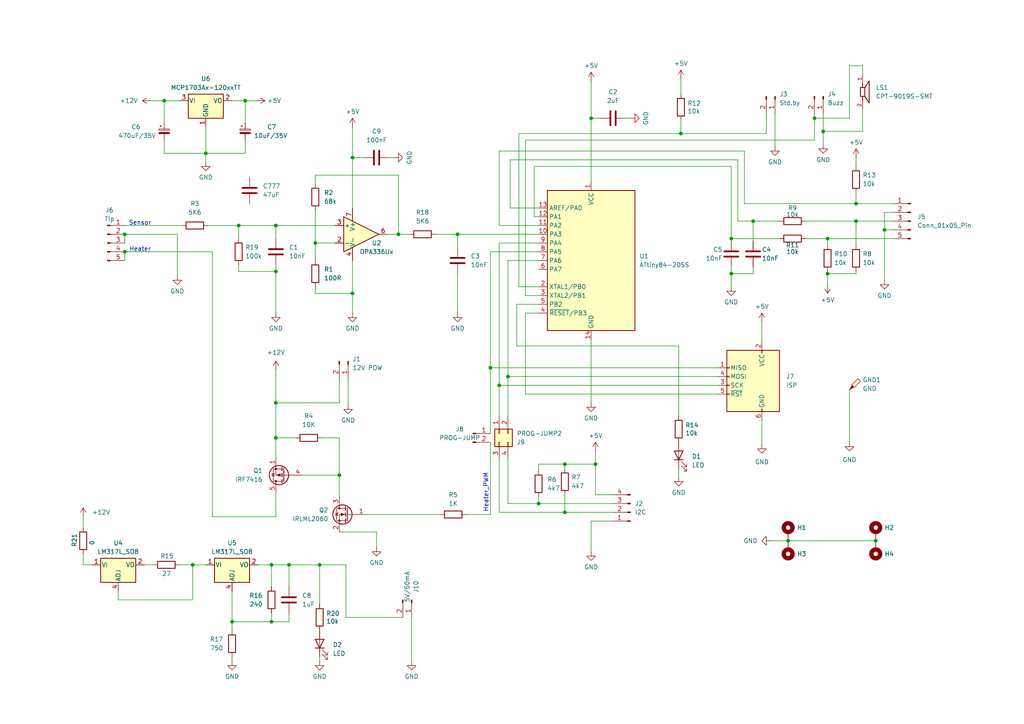
<source format=kicad_sch>
(kicad_sch (version 20231120) (generator "eeschema") (generator_version "8.0")
  (paper "A4")
  (lib_symbols
    (symbol "Amplifier_Operational:OPA336Ux" (pin_names (offset 0.127))
      (property "Reference" "U" (at 0 6.35 0))
      (property "Value" "OPA336Ux" (at 0 3.81 0))
      (symbol "OPA336Ux_1_1"
        (pin no_connect line (at -2.54 2.54 270) (length 2.54) hide (name "NC") (number "1"))
        (pin input line (at -7.62 -2.54 0) (length 2.54) (name "-") (number "2"))
        (pin input line (at -7.62 2.54 0) (length 2.54) (name "+") (number "3"))
        (pin power_in line (at -2.54 -7.62 90) (length 3.81) (name "V-") (number "4"))
        (pin no_connect line (at 0 2.54 270) (length 2.54) hide (name "NC") (number "5"))
        (pin output line (at 7.62 0 180) (length 2.54) (name "~") (number "6"))
        (pin power_in line (at -2.54 7.62 270) (length 3.81) (name "V+") (number "7"))
        (pin no_connect line (at 0 -2.54 90) (length 2.54) hide (name "NC") (number "8"))
      )
    )
    (symbol "Connector:AVR-ISP-6" (pin_names (offset 1.016))
      (property "Reference" "J" (at -6.35 11.43 0))
      (property "Value" "AVR-ISP-6" (at 0 11.43 0))
      (symbol "AVR-ISP-6_1_1"
        (pin passive line (at 10.16 5.08 180) (length 2.54) (name "MISO") (number "1"))
        (pin passive line (at -2.54 12.7 270) (length 2.54) (name "VCC") (number "2"))
        (pin passive line (at 10.16 0 180) (length 2.54) (name "SCK") (number "3"))
        (pin passive line (at 10.16 2.54 180) (length 2.54) (name "MOSI") (number "4"))
        (pin passive line (at 10.16 -2.54 180) (length 2.54) (name "~{RST}") (number "5"))
        (pin passive line (at -2.54 -10.16 90) (length 2.54) (name "GND") (number "6"))
      )
    )
    (symbol "Connector:Conn_01x02_Pin" (pin_names (offset 1.016) hide)
      (property "Reference" "J" (at 0 2.54 0))
      (property "Value" "Conn_01x02_Pin" (at 0 -5.08 0))
      (symbol "Conn_01x02_Pin_1_1"
        (pin passive line (at 5.08 0 180) (length 3.81) (name "Pin_1") (number "1"))
        (pin passive line (at 5.08 -2.54 180) (length 3.81) (name "Pin_2") (number "2"))
      )
    )
    (symbol "Connector:Conn_01x04_Pin" (pin_names (offset 1.016) hide)
      (property "Reference" "J" (at 0 5.08 0))
      (property "Value" "Conn_01x04_Pin" (at 0 -7.62 0))
      (symbol "Conn_01x04_Pin_1_1"
        (pin passive line (at 5.08 2.54 180) (length 3.81) (name "Pin_1") (number "1"))
        (pin passive line (at 5.08 0 180) (length 3.81) (name "Pin_2") (number "2"))
        (pin passive line (at 5.08 -2.54 180) (length 3.81) (name "Pin_3") (number "3"))
        (pin passive line (at 5.08 -5.08 180) (length 3.81) (name "Pin_4") (number "4"))
      )
    )
    (symbol "Connector:Conn_01x05_Pin" (pin_names (offset 1.016) hide)
      (property "Reference" "J" (at 0 7.62 0))
      (property "Value" "Conn_01x05_Pin" (at 0 -7.62 0))
      (symbol "Conn_01x05_Pin_1_1"
        (pin passive line (at 5.08 5.08 180) (length 3.81) (name "Pin_1") (number "1"))
        (pin passive line (at 5.08 2.54 180) (length 3.81) (name "Pin_2") (number "2"))
        (pin passive line (at 5.08 0 180) (length 3.81) (name "Pin_3") (number "3"))
        (pin passive line (at 5.08 -2.54 180) (length 3.81) (name "Pin_4") (number "4"))
        (pin passive line (at 5.08 -5.08 180) (length 3.81) (name "Pin_5") (number "5"))
      )
    )
    (symbol "Connector:TestPoint_Probe" (pin_numbers hide) (pin_names (offset 0.762) hide)
      (property "Reference" "TP" (at 1.651 5.842 0))
      (property "Value" "TestPoint_Probe" (at 1.651 4.064 0))
      (symbol "TestPoint_Probe_1_1"
        (pin passive line (at 0 0 90) (length 0) (name "1") (number "1"))
      )
    )
    (symbol "Connector_Generic:Conn_02x02_Top_Bottom" (pin_names (offset 1.016) hide)
      (property "Reference" "J" (at 1.27 2.54 0))
      (property "Value" "Conn_02x02_Top_Bottom" (at 1.27 -5.08 0))
      (symbol "Conn_02x02_Top_Bottom_1_1"
        (pin passive line (at -5.08 0 0) (length 3.81) (name "Pin_1") (number "1"))
        (pin passive line (at -5.08 -2.54 0) (length 3.81) (name "Pin_2") (number "2"))
        (pin passive line (at 7.62 0 180) (length 3.81) (name "Pin_3") (number "3"))
        (pin passive line (at 7.62 -2.54 180) (length 3.81) (name "Pin_4") (number "4"))
      )
    )
    (symbol "Device:C" (pin_numbers hide) (pin_names (offset 0.254))
      (property "Reference" "C" (at 0.635 2.54 0))
      (property "Value" "C" (at 0.635 -2.54 0))
      (symbol "C_1_1"
        (pin passive line (at 0 3.81 270) (length 2.794) (name "~") (number "1"))
        (pin passive line (at 0 -3.81 90) (length 2.794) (name "~") (number "2"))
      )
    )
    (symbol "Device:C_Polarized_Small" (pin_numbers hide) (pin_names (offset 0.254) hide)
      (property "Reference" "C" (at 0.254 1.778 0))
      (property "Value" "C_Polarized_Small" (at 0.254 -2.032 0))
      (symbol "C_Polarized_Small_1_1"
        (pin passive line (at 0 2.54 270) (length 1.8542) (name "~") (number "1"))
        (pin passive line (at 0 -2.54 90) (length 1.8542) (name "~") (number "2"))
      )
    )
    (symbol "Device:LED" (pin_numbers hide) (pin_names (offset 1.016) hide)
      (property "Reference" "D" (at 0 2.54 0))
      (property "Value" "LED" (at 0 -2.54 0))
      (symbol "LED_1_1"
        (pin passive line (at -3.81 0 0) (length 2.54) (name "K") (number "1"))
        (pin passive line (at 3.81 0 180) (length 2.54) (name "A") (number "2"))
      )
    )
    (symbol "Device:R" (pin_numbers hide) (pin_names (offset 0))
      (property "Reference" "R" (at 2.032 0 90))
      (property "Value" "R" (at 0 0 90))
      (symbol "R_1_1"
        (pin passive line (at 0 3.81 270) (length 1.27) (name "~") (number "1"))
        (pin passive line (at 0 -3.81 90) (length 1.27) (name "~") (number "2"))
      )
    )
    (symbol "MCU_Microchip_ATtiny:ATtiny84-20SS"
      (property "Reference" "U" (at -12.7 21.59 0))
      (property "Value" "ATtiny84-20SS" (at 2.54 -21.59 0))
      (symbol "ATtiny84-20SS_1_1"
        (pin power_in line (at 0 22.86 270) (length 2.54) (name "VCC") (number "1"))
        (pin bidirectional line (at 15.24 7.62 180) (length 2.54) (name "PA3") (number "10"))
        (pin bidirectional line (at 15.24 10.16 180) (length 2.54) (name "PA2") (number "11"))
        (pin bidirectional line (at 15.24 12.7 180) (length 2.54) (name "PA1") (number "12"))
        (pin bidirectional line (at 15.24 15.24 180) (length 2.54) (name "AREF/PA0") (number "13"))
        (pin power_in line (at 0 -22.86 90) (length 2.54) (name "GND") (number "14"))
        (pin bidirectional line (at 15.24 -7.62 180) (length 2.54) (name "XTAL1/PB0") (number "2"))
        (pin bidirectional line (at 15.24 -10.16 180) (length 2.54) (name "XTAL2/PB1") (number "3"))
        (pin bidirectional line (at 15.24 -15.24 180) (length 2.54) (name "~{RESET}/PB3") (number "4"))
        (pin bidirectional line (at 15.24 -12.7 180) (length 2.54) (name "PB2") (number "5"))
        (pin bidirectional line (at 15.24 -2.54 180) (length 2.54) (name "PA7") (number "6"))
        (pin bidirectional line (at 15.24 0 180) (length 2.54) (name "PA6") (number "7"))
        (pin bidirectional line (at 15.24 2.54 180) (length 2.54) (name "PA5") (number "8"))
        (pin bidirectional line (at 15.24 5.08 180) (length 2.54) (name "PA4") (number "9"))
      )
    )
    (symbol "Mechanical:MountingHole_Pad" (pin_numbers hide) (pin_names (offset 1.016) hide) (exclude_from_sim yes) (in_bom no)
      (property "Reference" "H" (at 0 6.35 0))
      (property "Value" "MountingHole_Pad" (at 0 4.445 0))
      (symbol "MountingHole_Pad_1_1"
        (pin input line (at 0 -2.54 90) (length 2.54) (name "1") (number "1"))
      )
    )
    (symbol "OE9SAU:CPT-9019S-SMT" (pin_names (offset 1.016))
      (property "Reference" "LS" (at -3.8155 8.9029 0))
      (property "Value" "CPT-9019S-SMT" (at -3.8151 -11.4452 0))
      (symbol "CPT-9019S-SMT_0_0"
        (pin passive line (at 0 5.08 270) (length 2.54) (name "~") (number "1"))
        (pin passive line (at 0 -5.08 90) (length 2.54) (name "~") (number "2"))
      )
    )
    (symbol "Regulator_Linear:LM317L_SO8" (pin_names (offset 0.254))
      (property "Reference" "U" (at -3.81 3.175 0))
      (property "Value" "LM317L_SO8" (at 0 3.175 0))
      (symbol "LM317L_SO8_1_1"
        (pin power_in line (at -7.62 0 0) (length 2.54) (name "VI") (number "1"))
        (pin power_out line (at 7.62 0 180) (length 2.54) (name "VO") (number "2"))
        (pin passive line (at 7.62 0 180) (length 2.54) hide (name "VO") (number "3"))
        (pin input line (at 0 -7.62 90) (length 2.54) (name "ADJ") (number "4"))
        (pin no_connect line (at -5.08 -2.54 0) (length 2.54) hide (name "NC") (number "5"))
        (pin passive line (at 7.62 0 180) (length 2.54) hide (name "VO") (number "6"))
        (pin passive line (at 7.62 0 180) (length 2.54) hide (name "VO") (number "7"))
        (pin no_connect line (at 5.08 -2.54 180) (length 2.54) hide (name "NC") (number "8"))
      )
    )
    (symbol "Regulator_Linear:MCP1703Ax-120xxTT" (pin_names (offset 0.254))
      (property "Reference" "U" (at -3.81 3.175 0))
      (property "Value" "MCP1703Ax-120xxTT" (at 0 3.175 0))
      (symbol "MCP1703Ax-120xxTT_1_1"
        (pin power_in line (at 0 -7.62 90) (length 2.54) (name "GND") (number "1"))
        (pin power_out line (at 7.62 0 180) (length 2.54) (name "VO") (number "2"))
        (pin power_in line (at -7.62 0 0) (length 2.54) (name "VI") (number "3"))
      )
    )
    (symbol "Transistor_FET:IRF7404" (pin_names hide)
      (property "Reference" "Q" (at 5.08 1.905 0))
      (property "Value" "IRF7404" (at 5.08 0 0))
      (symbol "IRF7404_1_1"
        (pin passive line (at 2.54 -5.08 90) (length 2.54) (name "S") (number "1"))
        (pin passive line (at 2.54 -5.08 90) (length 2.54) hide (name "S") (number "2"))
        (pin passive line (at 2.54 -5.08 90) (length 2.54) hide (name "S") (number "3"))
        (pin passive line (at -5.08 0 0) (length 2.54) (name "G") (number "4"))
        (pin passive line (at 2.54 5.08 270) (length 2.54) (name "D") (number "5"))
        (pin passive line (at 2.54 5.08 270) (length 2.54) hide (name "D") (number "6"))
        (pin passive line (at 2.54 5.08 270) (length 2.54) hide (name "D") (number "7"))
        (pin passive line (at 2.54 5.08 270) (length 2.54) hide (name "D") (number "8"))
      )
    )
    (symbol "Transistor_FET:IRLML2060" (pin_names hide)
      (property "Reference" "Q" (at 5.08 1.905 0))
      (property "Value" "IRLML2060" (at 5.08 0 0))
      (symbol "IRLML2060_1_1"
        (pin input line (at -5.08 0 0) (length 2.54) (name "G") (number "1"))
        (pin passive line (at 2.54 -5.08 90) (length 2.54) (name "S") (number "2"))
        (pin passive line (at 2.54 5.08 270) (length 2.54) (name "D") (number "3"))
      )
    )
    (symbol "power:+12V" (power) (pin_numbers hide) (pin_names (offset 0) hide)
      (property "Value" "+12V" (at 0 3.556 0))
      (symbol "+12V_1_1"
        (pin power_in line (at 0 0 90) (length 0) (name "~") (number "1"))
      )
    )
    (symbol "power:+5V" (power) (pin_numbers hide) (pin_names (offset 0) hide)
      (property "Value" "+5V" (at 0 3.556 0))
      (symbol "+5V_1_1"
        (pin power_in line (at 0 0 90) (length 0) (name "~") (number "1"))
      )
    )
    (symbol "power:GND" (power) (pin_numbers hide) (pin_names (offset 0) hide)
      (property "Value" "GND" (at 0 -3.81 0))
      (symbol "GND_1_1"
        (pin power_in line (at 0 0 270) (length 0) (name "~") (number "1"))
      )
    )
  )
  (junction (at 36.195 73.025))
  (junction (at 236.22 34.29))
  (junction (at 197.485 38.735))
  (junction (at 80.01 116.84))
  (junction (at 47.625 29.21))
  (junction (at 98.425 137.795))
  (junction (at 163.83 134.62))
  (junction (at 91.44 70.485))
  (junction (at 172.72 134.62))
  (junction (at 102.235 45.72))
  (junction (at 240.03 79.375))
  (junction (at 83.82 163.83))
  (junction (at 171.45 34.29))
  (junction (at 238.76 38.1))
  (junction (at 80.01 127))
  (junction (at 248.285 59.055))
  (junction (at 132.715 67.945))
  (junction (at 212.09 79.375))
  (junction (at 254 156.845))
  (junction (at 228.6 156.845))
  (junction (at 55.88 163.83))
  (junction (at 256.54 66.675))
  (junction (at 71.12 29.21))
  (junction (at 67.31 180.34))
  (junction (at 212.09 69.215))
  (junction (at 142.24 106.68))
  (junction (at 144.78 111.76))
  (junction (at 36.195 67.945))
  (junction (at 115.57 67.945))
  (junction (at 80.01 65.405))
  (junction (at 78.74 180.34))
  (junction (at 102.235 85.09))
  (junction (at 248.285 64.135))
  (junction (at 240.03 69.215))
  (junction (at 163.83 148.59))
  (junction (at 80.01 78.74))
  (junction (at 59.69 44.45))
  (junction (at 69.215 65.405))
  (junction (at 147.32 109.22))
  (junction (at 78.74 163.83))
  (junction (at 92.71 163.83))
  (junction (at 218.44 64.135))
  (junction (at 156.21 146.05))
  (wire (pts (xy 147.32 146.05) (xy 156.21 146.05)))
  (wire (pts (xy 41.91 163.83) (xy 44.45 163.83)))
  (wire (pts (xy 144.78 133.35) (xy 144.78 148.59)))
  (wire (pts (xy 240.03 69.215) (xy 233.68 69.215)))
  (wire (pts (xy 51.435 67.945) (xy 51.435 80.01)))
  (wire (pts (xy 218.44 79.375) (xy 212.09 79.375)))
  (wire (pts (xy 238.76 33.02) (xy 238.76 38.1)))
  (wire (pts (xy 85.725 127) (xy 80.01 127)))
  (wire (pts (xy 226.06 69.215) (xy 212.09 69.215)))
  (wire (pts (xy 115.57 67.945) (xy 118.745 67.945)))
  (wire (pts (xy 67.31 190.5) (xy 67.31 191.77)))
  (wire (pts (xy 208.28 114.3) (xy 152.4 114.3)))
  (wire (pts (xy 98.425 109.855) (xy 98.425 116.84)))
  (wire (pts (xy 246.38 19.05) (xy 250.19 19.05)))
  (wire (pts (xy 228.6 156.845) (xy 254 156.845)))
  (wire (pts (xy 69.215 76.835) (xy 69.215 78.74)))
  (wire (pts (xy 218.44 77.47) (xy 218.44 79.375)))
  (wire (pts (xy 36.195 67.945) (xy 36.195 70.485)))
  (wire (pts (xy 181.61 34.29) (xy 182.88 34.29)))
  (wire (pts (xy 197.485 34.925) (xy 197.485 38.735)))
  (wire (pts (xy 132.715 67.945) (xy 132.715 71.755)))
  (wire (pts (xy 144.78 70.485) (xy 156.21 70.485)))
  (wire (pts (xy 236.22 34.29) (xy 236.22 40.64)))
  (wire (pts (xy 256.54 66.675) (xy 256.54 81.28)))
  (wire (pts (xy 197.485 38.735) (xy 222.25 38.735)))
  (wire (pts (xy 171.45 151.13) (xy 171.45 160.02)))
  (wire (pts (xy 147.32 75.565) (xy 156.21 75.565)))
  (wire (pts (xy 246.38 113.03) (xy 246.38 128.27)))
  (wire (pts (xy 218.44 69.85) (xy 218.44 64.135)))
  (wire (pts (xy 61.595 149.86) (xy 80.01 149.86)))
  (wire (pts (xy 156.21 134.62) (xy 163.83 134.62)))
  (wire (pts (xy 215.9 43.815) (xy 215.9 59.055)))
  (wire (pts (xy 98.425 116.84) (xy 80.01 116.84)))
  (wire (pts (xy 36.195 73.025) (xy 61.595 73.025)))
  (wire (pts (xy 156.21 144.145) (xy 156.21 146.05)))
  (wire (pts (xy 24.13 160.655) (xy 24.13 163.83)))
  (wire (pts (xy 142.24 73.025) (xy 142.24 106.68)))
  (wire (pts (xy 80.01 116.84) (xy 80.01 127)))
  (wire (pts (xy 71.12 40.64) (xy 71.12 44.45)))
  (wire (pts (xy 67.31 29.21) (xy 71.12 29.21)))
  (wire (pts (xy 92.71 163.83) (xy 92.71 175.26)))
  (wire (pts (xy 80.01 127) (xy 80.01 132.715)))
  (wire (pts (xy 100.965 109.855) (xy 100.965 117.475)))
  (wire (pts (xy 213.995 64.135) (xy 218.44 64.135)))
  (wire (pts (xy 43.815 29.21) (xy 47.625 29.21)))
  (wire (pts (xy 240.03 79.375) (xy 248.285 79.375)))
  (wire (pts (xy 91.44 50.8) (xy 115.57 50.8)))
  (wire (pts (xy 163.83 134.62) (xy 172.72 134.62)))
  (wire (pts (xy 236.22 34.29) (xy 246.38 34.29)))
  (wire (pts (xy 144.78 65.405) (xy 144.78 43.815)))
  (wire (pts (xy 196.85 135.89) (xy 196.85 138.43)))
  (wire (pts (xy 59.69 36.83) (xy 59.69 44.45)))
  (wire (pts (xy 248.285 64.135) (xy 259.08 64.135)))
  (wire (pts (xy 163.83 134.62) (xy 163.83 135.89)))
  (wire (pts (xy 163.83 148.59) (xy 177.8 148.59)))
  (wire (pts (xy 154.94 48.26) (xy 212.09 48.26)))
  (wire (pts (xy 256.54 61.595) (xy 256.54 66.675)))
  (wire (pts (xy 197.485 22.86) (xy 197.485 27.305)))
  (wire (pts (xy 156.21 62.865) (xy 154.94 62.865)))
  (wire (pts (xy 156.21 83.185) (xy 150.495 83.185)))
  (wire (pts (xy 149.86 100.33) (xy 196.85 100.33)))
  (wire (pts (xy 147.955 60.325) (xy 156.21 60.325)))
  (wire (pts (xy 83.82 163.83) (xy 83.82 170.18)))
  (wire (pts (xy 80.01 149.86) (xy 80.01 142.875)))
  (wire (pts (xy 80.01 65.405) (xy 97.155 65.405)))
  (wire (pts (xy 248.285 55.88) (xy 248.285 59.055)))
  (wire (pts (xy 78.74 163.83) (xy 83.82 163.83)))
  (wire (pts (xy 102.235 75.565) (xy 102.235 85.09)))
  (wire (pts (xy 224.79 33.02) (xy 224.79 42.545)))
  (wire (pts (xy 98.425 137.795) (xy 98.425 144.145)))
  (wire (pts (xy 105.41 45.72) (xy 102.235 45.72)))
  (wire (pts (xy 246.38 34.29) (xy 246.38 19.05)))
  (wire (pts (xy 119.38 179.07) (xy 119.38 191.77)))
  (wire (pts (xy 83.82 177.8) (xy 83.82 180.34)))
  (wire (pts (xy 220.98 93.345) (xy 220.98 99.06)))
  (wire (pts (xy 156.21 136.525) (xy 156.21 134.62)))
  (wire (pts (xy 222.25 38.735) (xy 222.25 33.02)))
  (wire (pts (xy 80.01 107.315) (xy 80.01 116.84)))
  (wire (pts (xy 142.24 106.68) (xy 142.24 125.73)))
  (wire (pts (xy 98.425 137.795) (xy 98.425 127)))
  (wire (pts (xy 34.29 171.45) (xy 34.29 173.99)))
  (wire (pts (xy 233.68 64.135) (xy 248.285 64.135)))
  (wire (pts (xy 36.195 65.405) (xy 52.705 65.405)))
  (wire (pts (xy 147.32 133.35) (xy 147.32 146.05)))
  (wire (pts (xy 142.24 128.27) (xy 142.24 149.225)))
  (wire (pts (xy 47.625 29.21) (xy 52.07 29.21)))
  (wire (pts (xy 218.44 64.135) (xy 226.06 64.135)))
  (wire (pts (xy 52.07 163.83) (xy 55.88 163.83)))
  (wire (pts (xy 152.4 40.64) (xy 236.22 40.64)))
  (wire (pts (xy 236.22 33.02) (xy 236.22 34.29)))
  (wire (pts (xy 147.32 109.22) (xy 208.28 109.22)))
  (wire (pts (xy 256.54 61.595) (xy 259.08 61.595)))
  (wire (pts (xy 47.625 44.45) (xy 59.69 44.45)))
  (wire (pts (xy 83.82 180.34) (xy 78.74 180.34)))
  (wire (pts (xy 144.78 65.405) (xy 156.21 65.405)))
  (wire (pts (xy 248.285 45.72) (xy 248.285 48.26)))
  (wire (pts (xy 59.69 44.45) (xy 59.69 46.99)))
  (wire (pts (xy 250.19 31.75) (xy 250.19 38.1)))
  (wire (pts (xy 238.76 38.1) (xy 250.19 38.1)))
  (wire (pts (xy 67.31 180.34) (xy 67.31 182.88)))
  (wire (pts (xy 171.45 98.425) (xy 171.45 116.84)))
  (wire (pts (xy 152.4 90.805) (xy 152.4 114.3)))
  (wire (pts (xy 102.235 85.09) (xy 102.235 90.805)))
  (wire (pts (xy 67.31 171.45) (xy 67.31 180.34)))
  (wire (pts (xy 213.995 46.355) (xy 213.995 64.135)))
  (wire (pts (xy 92.71 163.83) (xy 100.33 163.83)))
  (wire (pts (xy 171.45 34.29) (xy 171.45 52.705)))
  (wire (pts (xy 142.24 106.68) (xy 208.28 106.68)))
  (wire (pts (xy 55.88 163.83) (xy 55.88 173.99)))
  (wire (pts (xy 156.21 146.05) (xy 177.8 146.05)))
  (wire (pts (xy 240.03 69.215) (xy 259.08 69.215)))
  (wire (pts (xy 240.03 79.375) (xy 240.03 82.55)))
  (wire (pts (xy 238.76 38.1) (xy 238.76 41.91)))
  (wire (pts (xy 172.72 130.81) (xy 172.72 134.62)))
  (wire (pts (xy 24.13 149.86) (xy 24.13 153.035)))
  (wire (pts (xy 213.995 46.355) (xy 147.955 46.355)))
  (wire (pts (xy 248.285 59.055) (xy 259.08 59.055)))
  (wire (pts (xy 152.4 40.64) (xy 152.4 85.725)))
  (wire (pts (xy 55.88 173.99) (xy 34.29 173.99)))
  (wire (pts (xy 172.72 134.62) (xy 172.72 143.51)))
  (wire (pts (xy 115.57 50.8) (xy 115.57 67.945)))
  (wire (pts (xy 173.99 34.29) (xy 171.45 34.29)))
  (wire (pts (xy 248.285 64.135) (xy 248.285 71.12)))
  (wire (pts (xy 87.63 137.795) (xy 98.425 137.795)))
  (wire (pts (xy 132.715 67.945) (xy 156.21 67.945)))
  (wire (pts (xy 112.395 67.945) (xy 115.57 67.945)))
  (wire (pts (xy 69.215 78.74) (xy 80.01 78.74)))
  (wire (pts (xy 212.09 79.375) (xy 212.09 83.185)))
  (wire (pts (xy 100.33 163.83) (xy 100.33 179.07)))
  (wire (pts (xy 154.94 62.865) (xy 154.94 48.26)))
  (wire (pts (xy 212.09 69.215) (xy 212.09 48.26)))
  (wire (pts (xy 69.215 65.405) (xy 80.01 65.405)))
  (wire (pts (xy 47.625 29.21) (xy 47.625 35.56)))
  (wire (pts (xy 212.09 69.215) (xy 212.09 69.85)))
  (wire (pts (xy 109.22 154.305) (xy 98.425 154.305)))
  (wire (pts (xy 106.045 149.225) (xy 127.635 149.225)))
  (wire (pts (xy 69.215 65.405) (xy 69.215 69.215)))
  (wire (pts (xy 156.21 85.725) (xy 152.4 85.725)))
  (wire (pts (xy 250.19 19.05) (xy 250.19 21.59)))
  (wire (pts (xy 150.495 83.185) (xy 150.495 38.735)))
  (wire (pts (xy 91.44 70.485) (xy 97.155 70.485)))
  (wire (pts (xy 240.03 69.215) (xy 240.03 71.12)))
  (wire (pts (xy 91.44 70.485) (xy 91.44 75.565)))
  (wire (pts (xy 36.195 73.025) (xy 36.195 75.565)))
  (wire (pts (xy 144.78 111.76) (xy 208.28 111.76)))
  (wire (pts (xy 142.24 73.025) (xy 156.21 73.025)))
  (wire (pts (xy 149.86 88.265) (xy 149.86 100.33)))
  (wire (pts (xy 212.09 77.47) (xy 212.09 79.375)))
  (wire (pts (xy 91.44 85.09) (xy 102.235 85.09)))
  (wire (pts (xy 150.495 38.735) (xy 197.485 38.735)))
  (wire (pts (xy 71.12 29.21) (xy 74.295 29.21)))
  (wire (pts (xy 36.195 67.945) (xy 51.435 67.945)))
  (wire (pts (xy 71.12 29.21) (xy 71.12 35.56)))
  (wire (pts (xy 147.32 109.22) (xy 147.32 120.65)))
  (wire (pts (xy 163.83 143.51) (xy 163.83 148.59)))
  (wire (pts (xy 171.45 23.495) (xy 171.45 34.29)))
  (wire (pts (xy 55.88 163.83) (xy 59.69 163.83)))
  (wire (pts (xy 196.85 100.33) (xy 196.85 120.65)))
  (wire (pts (xy 100.33 179.07) (xy 116.84 179.07)))
  (wire (pts (xy 80.01 78.74) (xy 80.01 90.805)))
  (wire (pts (xy 147.955 46.355) (xy 147.955 60.325)))
  (wire (pts (xy 80.01 65.405) (xy 80.01 69.215)))
  (wire (pts (xy 78.74 163.83) (xy 78.74 170.18)))
  (wire (pts (xy 60.325 65.405) (xy 69.215 65.405)))
  (wire (pts (xy 74.93 163.83) (xy 78.74 163.83)))
  (wire (pts (xy 61.595 73.025) (xy 61.595 149.86)))
  (wire (pts (xy 24.13 163.83) (xy 26.67 163.83)))
  (wire (pts (xy 71.12 44.45) (xy 59.69 44.45)))
  (wire (pts (xy 98.425 127) (xy 93.345 127)))
  (wire (pts (xy 78.74 177.8) (xy 78.74 180.34)))
  (wire (pts (xy 113.03 45.72) (xy 114.3 45.72)))
  (wire (pts (xy 220.98 121.92) (xy 220.98 128.905)))
  (wire (pts (xy 47.625 40.64) (xy 47.625 44.45)))
  (wire (pts (xy 80.01 76.835) (xy 80.01 78.74)))
  (wire (pts (xy 126.365 67.945) (xy 132.715 67.945)))
  (wire (pts (xy 240.03 78.74) (xy 240.03 79.375)))
  (wire (pts (xy 91.44 60.96) (xy 91.44 70.485)))
  (wire (pts (xy 144.78 148.59) (xy 163.83 148.59)))
  (wire (pts (xy 102.235 36.83) (xy 102.235 45.72)))
  (wire (pts (xy 177.8 151.13) (xy 171.45 151.13)))
  (wire (pts (xy 147.32 75.565) (xy 147.32 109.22)))
  (wire (pts (xy 135.255 149.225) (xy 142.24 149.225)))
  (wire (pts (xy 223.52 156.845) (xy 228.6 156.845)))
  (wire (pts (xy 172.72 143.51) (xy 177.8 143.51)))
  (wire (pts (xy 132.715 79.375) (xy 132.715 90.805)))
  (wire (pts (xy 91.44 83.185) (xy 91.44 85.09)))
  (wire (pts (xy 83.82 163.83) (xy 92.71 163.83)))
  (wire (pts (xy 91.44 53.34) (xy 91.44 50.8)))
  (wire (pts (xy 215.9 59.055) (xy 248.285 59.055)))
  (wire (pts (xy 144.78 43.815) (xy 215.9 43.815)))
  (wire (pts (xy 144.78 70.485) (xy 144.78 111.76)))
  (wire (pts (xy 149.86 88.265) (xy 156.21 88.265)))
  (wire (pts (xy 102.235 45.72) (xy 102.235 60.325)))
  (wire (pts (xy 156.21 90.805) (xy 152.4 90.805)))
  (wire (pts (xy 248.285 79.375) (xy 248.285 78.74)))
  (wire (pts (xy 92.71 190.5) (xy 92.71 191.77)))
  (wire (pts (xy 67.31 180.34) (xy 78.74 180.34)))
  (wire (pts (xy 144.78 111.76) (xy 144.78 120.65)))
  (wire (pts (xy 256.54 66.675) (xy 259.08 66.675)))
  (wire (pts (xy 109.22 154.305) (xy 109.22 158.75)))
  (text_box "Pin Port  Nr.     Type    Verbinden mit\n1                 Vcc     +5V\n2   PB0    10    DIN10   STANDBY\n3   PB1    9              PIEZO\n5   PB2	  8              LOGO LED \n13  PA0    0     DIN0    ROTARY_A\n12  PA1    1     DIN1    ROTARY_B\n11  PA2    2     DIN2    ROTARY_PUSH\n10  PA3    A3    ADC3    TEMP_SENSOR\n7   PA6    4     SDA     I2C/SDA\n8   PA5    5     OC1B    HEAT\n9   PA4    6     SCL     I2C/SCL\n14                GND     Ground" (at 297.18 0 0) (size 104.775 66.04) (effects (font (size 3 3)) (justify left top)))
  (text "Heater" (at 40.64 72.39 0) (effects (font (size 1.27 1.27))))
  (text "Sensor" (at 40.64 64.77 0) (effects (font (size 1.27 1.27))))
  (text "Heater_PWM" (at 140.97 142.875 90) (effects (font (size 1.27 1.27))))
  (symbol (lib_id "Device:R") (at 240.03 74.93 180) (unit 1)
    (property "Reference" "R10" (at 241.935 73.6599 0) (effects (justify right)))
    (property "Value" "10k" (at 241.935 76.1999 0) (effects (justify right)))
    (property "Footprint" "Resistor_SMD:R_0805_2012Metric_Pad1.20x1.40mm_HandSolder" (effects (hide yes)))
    (property "Description" "Resistor" (effects (hide yes)))
  )
  (symbol (lib_id "Device:R") (at 163.83 139.7 180) (unit 1)
    (property "Reference" "R7" (at 165.735 138.4299 0) (effects (justify right)))
    (property "Value" "4k7" (at 165.735 140.9699 0) (effects (justify right)))
    (property "Footprint" "Resistor_SMD:R_0805_2012Metric_Pad1.20x1.40mm_HandSolder" (effects (hide yes)))
    (property "Description" "Resistor" (effects (hide yes)))
  )
  (symbol (lib_id "power:GND") (at 171.45 116.84 0) (unit 1)
    (property "Reference" "#PWR010" (effects (hide yes)))
    (property "Value" "GND" (at 171.45 121.285 0))
    (property "Description" "Power symbol creates a global label with name \"GND\" , ground" (effects (hide yes)))
  )
  (symbol (lib_id "power:GND") (at 224.79 42.545 0) (unit 1)
    (property "Reference" "#PWR016" (effects (hide yes)))
    (property "Value" "GND" (at 224.79 46.99 0))
    (property "Description" "Power symbol creates a global label with name \"GND\" , ground" (effects (hide yes)))
  )
  (symbol (lib_id "Device:C_Polarized_Small") (at 47.625 38.1 0) (unit 1)
    (property "Reference" "C6" (at 38.1 36.83 0) (effects (justify left)))
    (property "Value" "470uF/35V" (at 34.29 39.37 0) (effects (justify left)))
    (property "Footprint" "Capacitor_SMD:CP_Elec_10x10.5" (effects (hide yes)))
    (property "Description" "Polarized capacitor, small symbol" (effects (hide yes)))
  )
  (symbol (lib_id "Regulator_Linear:LM317L_SO8") (at 67.31 163.83 0) (unit 1)
    (property "Reference" "U5" (at 67.31 157.48 0))
    (property "Value" "LM317L_SO8" (at 67.31 160.02 0))
    (property "Footprint" "Package_SO:SOIC-8_3.9x4.9mm_P1.27mm" (effects (hide yes)))
    (property "Datasheet" "http://www.ti.com/lit/ds/snvs775k/snvs775k.pdf" (effects (hide yes)))
    (property "Description" "100mA 35V Adjustable Linear Regulator, SO-8" (effects (hide yes)))
  )
  (symbol (lib_id "Mechanical:MountingHole_Pad") (at 254 154.305 0) (unit 1) (exclude_from_sim yes) (in_bom no)
    (property "Reference" "H2" (at 256.54 153.035 0) (effects (justify left)))
    (property "Value" "MountingHole_Pad" (effects (hide yes)))
    (property "Footprint" "MountingHole:MountingHole_2.5mm_Pad" (effects (hide yes)))
    (property "Description" "Mounting Hole with connection" (effects (hide yes)))
  )
  (symbol (lib_id "power:GND") (at 102.235 90.805 0) (unit 1)
    (property "Reference" "#PWR03" (effects (hide yes)))
    (property "Value" "GND" (at 102.235 95.25 0))
    (property "Description" "Power symbol creates a global label with name \"GND\" , ground" (effects (hide yes)))
  )
  (symbol (lib_id "power:+12V") (at 43.815 29.21 90) (unit 1)
    (property "Reference" "#PWR027" (effects (hide yes)))
    (property "Value" "+12V" (at 40.005 29.2099 90) (effects (justify left)))
    (property "Description" "Power symbol creates a global label with name \"+12V\"" (effects (hide yes)))
  )
  (symbol (lib_id "Connector:AVR-ISP-6") (at 218.44 111.76 0) (mirror y) (unit 1)
    (property "Reference" "J7" (at 227.965 109.2199 0) (effects (justify right)))
    (property "Value" "ISP" (at 227.965 111.7599 0) (effects (justify right)))
    (property "Footprint" "Connector_PinHeader_2.54mm:PinHeader_2x03_P2.54mm_Vertical" (effects (hide yes)))
    (property "Description" "Atmel 6-pin ISP connector" (effects (hide yes)))
  )
  (symbol (lib_id "Device:C") (at 72.39 55.245 0) (unit 1)
    (property "Reference" "C777" (at 76.2 53.9749 0) (effects (justify left)))
    (property "Value" "47uF" (at 76.2 56.5149 0) (effects (justify left)))
    (property "Footprint" "Capacitor_SMD:C_0805_2012Metric_Pad1.18x1.45mm_HandSolder" (effects (hide yes)))
    (property "Description" "Unpolarized capacitor" (effects (hide yes)))
  )
  (symbol (lib_id "power:GND") (at 220.98 128.905 0) (unit 1)
    (property "Reference" "#PWR07" (effects (hide yes)))
    (property "Value" "GND" (at 220.98 133.985 0))
    (property "Description" "Power symbol creates a global label with name \"GND\" , ground" (effects (hide yes)))
  )
  (symbol (lib_id "Connector:Conn_01x05_Pin") (at 264.16 64.135 0) (mirror y) (unit 1)
    (property "Reference" "J5" (at 266.065 62.8649 0) (effects (justify right)))
    (property "Value" "Conn_01x05_Pin" (at 266.065 65.4049 0) (effects (justify right)))
    (property "Footprint" "Connector_PinHeader_2.54mm:PinHeader_1x05_P2.54mm_Vertical" (effects (hide yes)))
    (property "Description" "Generic connector, single row, 01x05, script generated" (effects (hide yes)))
  )
  (symbol (lib_id "power:+12V") (at 80.01 107.315 0) (unit 1)
    (property "Reference" "#PWR09" (effects (hide yes)))
    (property "Value" "+12V" (at 80.01 102.235 0))
    (property "Description" "Power symbol creates a global label with name \"+12V\"" (effects (hide yes)))
  )
  (symbol (lib_id "power:GND") (at 59.69 46.99 0) (unit 1)
    (property "Reference" "#PWR029" (effects (hide yes)))
    (property "Value" "GND" (at 59.69 51.435 0))
    (property "Description" "Power symbol creates a global label with name \"GND\" , ground" (effects (hide yes)))
  )
  (symbol (lib_id "power:+5V") (at 102.235 36.83 0) (unit 1)
    (property "Reference" "#PWR04" (effects (hide yes)))
    (property "Value" "+5V" (at 102.235 32.385 0))
    (property "Description" "Power symbol creates a global label with name \"+5V\"" (effects (hide yes)))
  )
  (symbol (lib_id "Connector:Conn_01x02_Pin") (at 238.76 27.94 270) (unit 1)
    (property "Reference" "J4" (at 240.03 27.3049 90) (effects (justify left)))
    (property "Value" "Buzz" (at 240.03 29.8449 90) (effects (justify left)))
    (property "Footprint" "Connector_PinHeader_2.54mm:PinHeader_1x02_P2.54mm_Vertical" (effects (hide yes)))
    (property "Description" "Generic connector, single row, 01x02, script generated" (effects (hide yes)))
  )
  (symbol (lib_id "Device:C") (at 80.01 73.025 0) (unit 1)
    (property "Reference" "C1" (at 83.82 71.7549 0) (effects (justify left)))
    (property "Value" "10nF" (at 83.82 74.2949 0) (effects (justify left)))
    (property "Footprint" "Capacitor_SMD:C_0805_2012Metric_Pad1.18x1.45mm_HandSolder" (effects (hide yes)))
    (property "Description" "Unpolarized capacitor" (effects (hide yes)))
  )
  (symbol (lib_id "power:GND") (at 246.38 128.27 0) (unit 1)
    (property "Reference" "#PWR025" (effects (hide yes)))
    (property "Value" "GND" (at 246.38 133.35 0))
    (property "Description" "Power symbol creates a global label with name \"GND\" , ground" (effects (hide yes)))
  )
  (symbol (lib_id "Device:C") (at 212.09 73.66 0) (mirror x) (unit 1)
    (property "Reference" "C5" (at 209.55 72.39 0) (effects (justify right)))
    (property "Value" "10nF" (at 209.55 74.93 0) (effects (justify right)))
    (property "Footprint" "Capacitor_SMD:C_0805_2012Metric_Pad1.18x1.45mm_HandSolder" (effects (hide yes)))
    (property "Description" "Unpolarized capacitor" (effects (hide yes)))
  )
  (symbol (lib_id "Device:R") (at 92.71 179.07 180) (unit 1)
    (property "Reference" "R20" (at 94.615 177.927 0) (effects (justify right)))
    (property "Value" "10k" (at 94.615 180.213 0) (effects (justify right)))
    (property "Footprint" "Resistor_SMD:R_0805_2012Metric_Pad1.20x1.40mm_HandSolder" (effects (hide yes)))
    (property "Description" "Resistor" (effects (hide yes)))
  )
  (symbol (lib_id "Connector:TestPoint_Probe") (at 246.38 113.03 0) (unit 1)
    (property "Reference" "GND1" (at 250.19 110.1724 0) (effects (justify left)))
    (property "Value" "GND" (at 250.19 112.7124 0) (effects (justify left)))
    (property "Footprint" "TestPoint:TestPoint_Pad_2.0x2.0mm" (effects (hide yes)))
    (property "Description" "test point (alternative probe-style design)" (effects (hide yes)))
  )
  (symbol (lib_id "Device:R") (at 122.555 67.945 90) (unit 1)
    (property "Reference" "R18" (at 122.555 61.595 90))
    (property "Value" "5K6" (at 122.555 64.135 90))
    (property "Footprint" "Resistor_SMD:R_0805_2012Metric_Pad1.20x1.40mm_HandSolder" (effects (hide yes)))
    (property "Description" "Resistor" (effects (hide yes)))
  )
  (symbol (lib_id "power:GND") (at 238.76 41.91 0) (unit 1)
    (property "Reference" "#PWR017" (effects (hide yes)))
    (property "Value" "GND" (at 238.76 46.355 0))
    (property "Description" "Power symbol creates a global label with name \"GND\" , ground" (effects (hide yes)))
  )
  (symbol (lib_id "Regulator_Linear:LM317L_SO8") (at 34.29 163.83 0) (unit 1)
    (property "Reference" "U4" (at 34.29 157.48 0))
    (property "Value" "LM317L_SO8" (at 34.29 160.02 0))
    (property "Footprint" "Package_SO:SOIC-8_3.9x4.9mm_P1.27mm" (effects (hide yes)))
    (property "Datasheet" "http://www.ti.com/lit/ds/snvs775k/snvs775k.pdf" (effects (hide yes)))
    (property "Description" "100mA 35V Adjustable Linear Regulator, SO-8" (effects (hide yes)))
  )
  (symbol (lib_id "power:GND") (at 223.52 156.845 270) (unit 1)
    (property "Reference" "#PWR020" (effects (hide yes)))
    (property "Value" "GND" (at 219.71 156.8449 90) (effects (justify right)))
    (property "Description" "Power symbol creates a global label with name \"GND\" , ground" (effects (hide yes)))
  )
  (symbol (lib_id "power:GND") (at 51.435 80.01 0) (unit 1)
    (property "Reference" "#PWR018" (effects (hide yes)))
    (property "Value" "GND" (at 51.435 84.455 0))
    (property "Description" "Power symbol creates a global label with name \"GND\" , ground" (effects (hide yes)))
  )
  (symbol (lib_id "Device:LED") (at 92.71 186.69 90) (unit 1)
    (property "Reference" "D2" (at 96.52 187.0074 90) (effects (justify right)))
    (property "Value" "LED" (at 96.52 189.5474 90) (effects (justify right)))
    (property "Footprint" "LED_SMD:LED_0805_2012Metric" (effects (hide yes)))
    (property "Description" "Light emitting diode" (effects (hide yes)))
  )
  (symbol (lib_id "power:+12V") (at 24.13 149.86 0) (unit 1)
    (property "Reference" "#PWR031" (effects (hide yes)))
    (property "Value" "+12V" (at 26.67 148.5899 0) (effects (justify left)))
    (property "Description" "Power symbol creates a global label with name \"+12V\"" (effects (hide yes)))
  )
  (symbol (lib_id "Device:C") (at 177.8 34.29 90) (unit 1)
    (property "Reference" "C2" (at 177.8 26.67 90))
    (property "Value" "2uF" (at 177.8 29.21 90))
    (property "Footprint" "Capacitor_SMD:C_0805_2012Metric_Pad1.18x1.45mm_HandSolder" (effects (hide yes)))
    (property "Description" "Unpolarized capacitor" (effects (hide yes)))
  )
  (symbol (lib_id "Mechanical:MountingHole_Pad") (at 228.6 154.305 0) (unit 1) (exclude_from_sim yes) (in_bom no)
    (property "Reference" "H1" (at 231.14 153.035 0) (effects (justify left)))
    (property "Value" "MountingHole_Pad" (effects (hide yes)))
    (property "Footprint" "MountingHole:MountingHole_2.5mm_Pad" (effects (hide yes)))
    (property "Description" "Mounting Hole with connection" (effects (hide yes)))
  )
  (symbol (lib_id "Device:R") (at 229.87 64.135 270) (unit 1)
    (property "Reference" "R9" (at 229.87 60.325 90))
    (property "Value" "10k" (at 229.87 62.23 90))
    (property "Footprint" "Resistor_SMD:R_0805_2012Metric_Pad1.20x1.40mm_HandSolder" (effects (hide yes)))
    (property "Description" "Resistor" (effects (hide yes)))
  )
  (symbol (lib_id "power:GND") (at 80.01 90.805 0) (unit 1)
    (property "Reference" "#PWR06" (effects (hide yes)))
    (property "Value" "GND" (at 80.01 95.25 0))
    (property "Description" "Power symbol creates a global label with name \"GND\" , ground" (effects (hide yes)))
  )
  (symbol (lib_id "Device:R") (at 56.515 65.405 90) (unit 1)
    (property "Reference" "R3" (at 56.515 59.055 90))
    (property "Value" "5K6" (at 56.515 61.595 90))
    (property "Footprint" "Resistor_SMD:R_0805_2012Metric_Pad1.20x1.40mm_HandSolder" (effects (hide yes)))
    (property "Description" "Resistor" (effects (hide yes)))
  )
  (symbol (lib_id "Device:R") (at 229.87 69.215 270) (unit 1)
    (property "Reference" "R11" (at 229.87 71.12 90))
    (property "Value" "10k" (at 229.87 73.025 90))
    (property "Footprint" "Resistor_SMD:R_0805_2012Metric_Pad1.20x1.40mm_HandSolder" (effects (hide yes)))
    (property "Description" "Resistor" (effects (hide yes)))
  )
  (symbol (lib_id "Device:R") (at 156.21 140.335 180) (unit 1)
    (property "Reference" "R6" (at 158.75 139.0649 0) (effects (justify right)))
    (property "Value" "4k7" (at 158.75 141.6049 0) (effects (justify right)))
    (property "Footprint" "Resistor_SMD:R_0805_2012Metric_Pad1.20x1.40mm_HandSolder" (effects (hide yes)))
    (property "Description" "Resistor" (effects (hide yes)))
  )
  (symbol (lib_id "power:GND") (at 114.3 45.72 90) (unit 1)
    (property "Reference" "#PWR026" (effects (hide yes)))
    (property "Value" "GND" (at 118.745 45.72 0))
    (property "Description" "Power symbol creates a global label with name \"GND\" , ground" (effects (hide yes)))
  )
  (symbol (lib_id "Device:R") (at 131.445 149.225 90) (unit 1)
    (property "Reference" "R5" (at 131.445 143.51 90))
    (property "Value" "1K" (at 131.445 146.05 90))
    (property "Footprint" "Resistor_SMD:R_0805_2012Metric_Pad1.20x1.40mm_HandSolder" (effects (hide yes)))
    (property "Description" "Resistor" (effects (hide yes)))
  )
  (symbol (lib_id "power:GND") (at 132.715 90.805 0) (unit 1)
    (property "Reference" "#PWR05" (effects (hide yes)))
    (property "Value" "GND" (at 132.715 95.25 0))
    (property "Description" "Power symbol creates a global label with name \"GND\" , ground" (effects (hide yes)))
  )
  (symbol (lib_id "Connector_Generic:Conn_02x02_Top_Bottom") (at 144.78 125.73 90) (mirror x) (unit 1)
    (property "Reference" "J9" (at 149.86 128.2701 90) (effects (justify right)))
    (property "Value" "PROG-JUMP2" (at 149.86 125.7301 90) (effects (justify right)))
    (property "Footprint" "Connector_PinHeader_2.54mm:PinHeader_2x02_P2.54mm_Vertical" (effects (hide yes)))
    (property "Description" "Generic connector, double row, 02x02, top/bottom pin numbering scheme (row 1: 1...pins_per_row, row2: pins_per_row+1 ... num_pins), script generated (kicad-library-utils/schlib/autogen/connector/)" (effects (hide yes)))
  )
  (symbol (lib_id "Device:R") (at 196.85 124.46 180) (unit 1)
    (property "Reference" "R14" (at 198.755 123.317 0) (effects (justify right)))
    (property "Value" "10k" (at 198.755 125.603 0) (effects (justify right)))
    (property "Footprint" "Resistor_SMD:R_0805_2012Metric_Pad1.20x1.40mm_HandSolder" (effects (hide yes)))
    (property "Description" "Resistor" (effects (hide yes)))
  )
  (symbol (lib_id "power:+5V") (at 197.485 22.86 0) (unit 1)
    (property "Reference" "#PWR023" (effects (hide yes)))
    (property "Value" "+5V" (at 197.485 18.415 0))
    (property "Description" "Power symbol creates a global label with name \"+5V\"" (effects (hide yes)))
  )
  (symbol (lib_id "Mechanical:MountingHole_Pad") (at 228.6 159.385 180) (unit 1) (exclude_from_sim yes) (in_bom no)
    (property "Reference" "H3" (at 231.14 160.655 0) (effects (justify right)))
    (property "Value" "MountingHole_Pad" (effects (hide yes)))
    (property "Footprint" "MountingHole:MountingHole_2.5mm_Pad" (effects (hide yes)))
    (property "Description" "Mounting Hole with connection" (effects (hide yes)))
  )
  (symbol (lib_id "Device:R") (at 248.285 52.07 180) (unit 1)
    (property "Reference" "R13" (at 250.19 50.7999 0) (effects (justify right)))
    (property "Value" "10k" (at 250.19 53.3399 0) (effects (justify right)))
    (property "Footprint" "Resistor_SMD:R_0805_2012Metric_Pad1.20x1.40mm_HandSolder" (effects (hide yes)))
    (property "Description" "Resistor" (effects (hide yes)))
  )
  (symbol (lib_id "Device:C_Polarized_Small") (at 71.12 38.1 0) (unit 1)
    (property "Reference" "C7" (at 77.47 36.83 0) (effects (justify left)))
    (property "Value" "10uF/35V" (at 73.66 39.37 0) (effects (justify left)))
    (property "Footprint" "Capacitor_SMD:CP_Elec_6.3x5.4" (effects (hide yes)))
    (property "Description" "Polarized capacitor, small symbol" (effects (hide yes)))
  )
  (symbol (lib_id "Device:R") (at 89.535 127 90) (unit 1)
    (property "Reference" "R4" (at 89.535 120.65 90))
    (property "Value" "10K" (at 89.535 123.19 90))
    (property "Footprint" "Resistor_SMD:R_0805_2012Metric_Pad1.20x1.40mm_HandSolder" (effects (hide yes)))
    (property "Description" "Resistor" (effects (hide yes)))
  )
  (symbol (lib_id "Connector:Conn_01x05_Pin") (at 31.115 70.485 0) (unit 1)
    (property "Reference" "J6" (at 31.75 60.96 0))
    (property "Value" "Tip" (at 31.75 63.5 0))
    (property "Footprint" "Connector_JST:JST_XH_B5B-XH-A_1x05_P2.50mm_Vertical" (effects (hide yes)))
    (property "Description" "Generic connector, single row, 01x05, script generated" (effects (hide yes)))
  )
  (symbol (lib_id "Device:R") (at 24.13 156.845 0) (mirror x) (unit 1)
    (property "Reference" "R21" (at 21.59 158.623 90) (effects (justify right)))
    (property "Value" "0" (at 26.67 158.115 90) (effects (justify right)))
    (property "Footprint" "Resistor_SMD:R_0805_2012Metric_Pad1.20x1.40mm_HandSolder" (effects (hide yes)))
    (property "Description" "Resistor" (effects (hide yes)))
  )
  (symbol (lib_id "power:GND") (at 119.38 191.77 0) (unit 1)
    (property "Reference" "#PWR032" (effects (hide yes)))
    (property "Value" "GND" (at 119.38 196.215 0))
    (property "Description" "Power symbol creates a global label with name \"GND\" , ground" (effects (hide yes)))
  )
  (symbol (lib_id "Regulator_Linear:MCP1703Ax-120xxTT") (at 59.69 29.21 0) (unit 1)
    (property "Reference" "U6" (at 59.69 22.86 0))
    (property "Value" "MCP1703Ax-120xxTT" (at 59.69 25.4 0))
    (property "Footprint" "Package_TO_SOT_SMD:SOT-23_Handsoldering" (effects (hide yes)))
    (property "Datasheet" "http://ww1.microchip.com/downloads/en/DeviceDoc/20005122B.pdf" (effects (hide yes)))
    (property "Description" "Low Quiescent Current LDO Regulator, 1.2V, 250mA, Vin<=16V, SOT-23" (effects (hide yes)))
  )
  (symbol (lib_id "power:GND") (at 100.965 117.475 0) (unit 1)
    (property "Reference" "#PWR013" (effects (hide yes)))
    (property "Value" "GND" (at 100.965 121.92 0))
    (property "Description" "Power symbol creates a global label with name \"GND\" , ground" (effects (hide yes)))
  )
  (symbol (lib_id "power:GND") (at 182.88 34.29 90) (unit 1)
    (property "Reference" "#PWR015" (effects (hide yes)))
    (property "Value" "GND" (at 187.325 34.29 0))
    (property "Description" "Power symbol creates a global label with name \"GND\" , ground" (effects (hide yes)))
  )
  (symbol (lib_id "Transistor_FET:IRLML2060") (at 100.965 149.225 0) (mirror y) (unit 1)
    (property "Reference" "Q2" (at 95.25 147.9549 0) (effects (justify left)))
    (property "Value" "IRLML2060" (at 95.25 150.4949 0) (effects (justify left)))
    (property "Footprint" "Package_TO_SOT_SMD:SOT-23" (effects (hide yes)))
    (property "Datasheet" "https://www.infineon.com/dgdl/irlml2060pbf.pdf?fileId=5546d462533600a401535664b7fb25ee" (effects (hide yes)))
    (property "Description" "1.2A Id, 60V Vds, 480mOhm Rds, N-Channel HEXFET Power MOSFET, SOT-23" (effects (hide yes)))
  )
  (symbol (lib_id "Device:R") (at 48.26 163.83 90) (mirror x) (unit 1)
    (property "Reference" "R15" (at 46.482 161.29 90) (effects (justify right)))
    (property "Value" "27" (at 46.99 166.37 90) (effects (justify right)))
    (property "Footprint" "Resistor_SMD:R_0805_2012Metric_Pad1.20x1.40mm_HandSolder" (effects (hide yes)))
    (property "Description" "Resistor" (effects (hide yes)))
  )
  (symbol (lib_id "power:+5V") (at 74.295 29.21 270) (unit 1)
    (property "Reference" "#PWR028" (effects (hide yes)))
    (property "Value" "+5V" (at 77.47 29.2099 90) (effects (justify left)))
    (property "Description" "Power symbol creates a global label with name \"+5V\"" (effects (hide yes)))
  )
  (symbol (lib_id "Connector:Conn_01x02_Pin") (at 119.38 173.99 270) (unit 1)
    (property "Reference" "J10" (at 120.65 170.18 0))
    (property "Value" "5V/50mA" (at 118.11 170.18 0))
    (property "Footprint" "Connector_PinHeader_2.54mm:PinHeader_1x02_P2.54mm_Vertical" (effects (hide yes)))
    (property "Description" "Generic connector, single row, 01x02, script generated" (effects (hide yes)))
  )
  (symbol (lib_id "Device:R") (at 67.31 186.69 0) (mirror x) (unit 1)
    (property "Reference" "R17" (at 64.77 185.4199 0) (effects (justify right)))
    (property "Value" "750" (at 64.77 187.9599 0) (effects (justify right)))
    (property "Footprint" "Resistor_SMD:R_0805_2012Metric_Pad1.20x1.40mm_HandSolder" (effects (hide yes)))
    (property "Description" "Resistor" (effects (hide yes)))
  )
  (symbol (lib_id "Device:R") (at 69.215 73.025 180) (unit 1)
    (property "Reference" "R19" (at 71.12 71.7549 0) (effects (justify right)))
    (property "Value" "100k" (at 71.12 74.2949 0) (effects (justify right)))
    (property "Footprint" "Resistor_SMD:R_0805_2012Metric_Pad1.20x1.40mm_HandSolder" (effects (hide yes)))
    (property "Description" "Resistor" (effects (hide yes)))
  )
  (symbol (lib_id "power:GND") (at 109.22 158.75 0) (unit 1)
    (property "Reference" "#PWR08" (effects (hide yes)))
    (property "Value" "GND" (at 109.22 163.195 0))
    (property "Description" "Power symbol creates a global label with name \"GND\" , ground" (effects (hide yes)))
  )
  (symbol (lib_id "Connector:Conn_01x04_Pin") (at 182.88 148.59 180) (unit 1)
    (property "Reference" "J2" (at 184.15 146.0499 0) (effects (justify right)))
    (property "Value" "I2C" (at 184.15 148.5899 0) (effects (justify right)))
    (property "Footprint" "Connector_PinHeader_2.54mm:PinHeader_1x04_P2.54mm_Vertical" (effects (hide yes)))
    (property "Description" "Generic connector, single row, 01x04, script generated" (effects (hide yes)))
  )
  (symbol (lib_id "Device:LED") (at 196.85 132.08 90) (unit 1)
    (property "Reference" "D1" (at 200.66 132.3974 90) (effects (justify right)))
    (property "Value" "LED" (at 200.66 134.9374 90) (effects (justify right)))
    (property "Footprint" "LED_SMD:LED_0805_2012Metric" (effects (hide yes)))
    (property "Description" "Light emitting diode" (effects (hide yes)))
  )
  (symbol (lib_id "power:GND") (at 256.54 81.28 0) (unit 1)
    (property "Reference" "#PWR02" (effects (hide yes)))
    (property "Value" "GND" (at 256.54 85.725 0))
    (property "Description" "Power symbol creates a global label with name \"GND\" , ground" (effects (hide yes)))
  )
  (symbol (lib_id "Amplifier_Operational:OPA336Ux") (at 104.775 67.945 0) (unit 1)
    (property "Reference" "U2" (at 109.22 70.485 0))
    (property "Value" "OPA336Ux" (at 109.22 73.025 0))
    (property "Footprint" "Package_SO:SO-8_3.9x4.9mm_P1.27mm" (effects (hide yes)))
    (property "Datasheet" "https://www.ti.com/lit/ds/symlink/opa2336.pdf" (effects (hide yes)))
    (property "Description" "100 KHz, microPower CMOS, Op Amps, SO-8" (effects (hide yes)))
  )
  (symbol (lib_id "power:+5V") (at 240.03 82.55 180) (unit 1)
    (property "Reference" "#PWR021" (effects (hide yes)))
    (property "Value" "+5V" (at 240.03 86.995 0))
    (property "Description" "Power symbol creates a global label with name \"+5V\"" (effects (hide yes)))
  )
  (symbol (lib_id "Device:R") (at 197.485 31.115 180) (unit 1)
    (property "Reference" "R12" (at 199.39 29.972 0) (effects (justify right)))
    (property "Value" "10k" (at 199.39 32.258 0) (effects (justify right)))
    (property "Footprint" "Resistor_SMD:R_0805_2012Metric_Pad1.20x1.40mm_HandSolder" (effects (hide yes)))
    (property "Description" "Resistor" (effects (hide yes)))
  )
  (symbol (lib_id "power:+5V") (at 171.45 23.495 0) (unit 1)
    (property "Reference" "#PWR01" (effects (hide yes)))
    (property "Value" "+5V" (at 171.45 19.05 0))
    (property "Description" "Power symbol creates a global label with name \"+5V\"" (effects (hide yes)))
  )
  (symbol (lib_id "power:+5V") (at 248.285 45.72 0) (unit 1)
    (property "Reference" "#PWR024" (effects (hide yes)))
    (property "Value" "+5V" (at 248.285 41.275 0))
    (property "Description" "Power symbol creates a global label with name \"+5V\"" (effects (hide yes)))
  )
  (symbol (lib_id "MCU_Microchip_ATtiny:ATtiny84-20SS") (at 171.45 75.565 0) (mirror y) (unit 1)
    (property "Reference" "U1" (at 185.42 74.2949 0) (effects (justify right)))
    (property "Value" "ATtiny84-20SS" (at 185.42 76.8349 0) (effects (justify right)))
    (property "Footprint" "Package_SO:SOIC-14_3.9x8.7mm_P1.27mm" (effects (hide yes)))
    (property "Datasheet" "http://ww1.microchip.com/downloads/en/DeviceDoc/doc8006.pdf" (effects (hide yes)))
    (property "Description" "20MHz, 8kB Flash, 512B SRAM, 512B EEPROM, debugWIRE, SOIC-14" (effects (hide yes)))
  )
  (symbol (lib_id "Device:R") (at 91.44 79.375 180) (unit 1)
    (property "Reference" "R1" (at 93.98 78.1049 0) (effects (justify right)))
    (property "Value" "100R" (at 93.98 80.6449 0) (effects (justify right)))
    (property "Footprint" "Resistor_SMD:R_0805_2012Metric_Pad1.20x1.40mm_HandSolder" (effects (hide yes)))
    (property "Description" "Resistor" (effects (hide yes)))
  )
  (symbol (lib_id "power:+5V") (at 172.72 130.81 0) (unit 1)
    (property "Reference" "#PWR012" (effects (hide yes)))
    (property "Value" "+5V" (at 172.72 126.365 0))
    (property "Description" "Power symbol creates a global label with name \"+5V\"" (effects (hide yes)))
  )
  (symbol (lib_id "Connector:Conn_01x02_Pin") (at 224.79 27.94 270) (unit 1)
    (property "Reference" "J3" (at 226.06 27.3049 90) (effects (justify left)))
    (property "Value" "Std.by" (at 226.06 29.8449 90) (effects (justify left)))
    (property "Footprint" "Connector_PinHeader_2.54mm:PinHeader_1x02_P2.54mm_Vertical" (effects (hide yes)))
    (property "Description" "Generic connector, single row, 01x02, script generated" (effects (hide yes)))
  )
  (symbol (lib_id "power:GND") (at 212.09 83.185 0) (unit 1)
    (property "Reference" "#PWR022" (effects (hide yes)))
    (property "Value" "GND" (at 212.09 87.63 0))
    (property "Description" "Power symbol creates a global label with name \"GND\" , ground" (effects (hide yes)))
  )
  (symbol (lib_id "Device:C") (at 218.44 73.66 0) (unit 1)
    (property "Reference" "C4" (at 220.98 72.39 0) (effects (justify left)))
    (property "Value" "10nF" (at 220.98 74.93 0) (effects (justify left)))
    (property "Footprint" "Capacitor_SMD:C_0805_2012Metric_Pad1.18x1.45mm_HandSolder" (effects (hide yes)))
    (property "Description" "Unpolarized capacitor" (effects (hide yes)))
  )
  (symbol (lib_id "OE9SAU:CPT-9019S-SMT") (at 250.19 26.67 0) (unit 1)
    (property "Reference" "LS1" (at 254 25.3999 0) (effects (justify left)))
    (property "Value" "CPT-9019S-SMT" (at 254 27.9399 0) (effects (justify left)))
    (property "Footprint" "CPT-9019S-SMT:CUI_CPT-9019S-SMT" (effects (hide yes)))
    (property "MF" "Same Sky" (effects (hide yes)))
    (property "Description_1" "\n9 mm, 25 Vp-p Vdc, 65 dB, Surface Mount (SMT), Piezo Audio Transducer Buzzer\n" (effects (hide yes)))
    (property "Package" "None" (effects (hide yes)))
    (property "Price" "None" (effects (hide yes)))
    (property "Check_prices" "https://www.snapeda.com/parts/CPT-9019S-SMT-TR/Same+Sky/view-part/?ref=eda" (effects (hide yes)))
    (property "PART_REV" "1.0" (effects (hide yes)))
    (property "STANDARD" "MANUFACTURER RECOMMENDATIONS" (effects (hide yes)))
    (property "SnapEDA_Link" "https://www.snapeda.com/parts/CPT-9019S-SMT-TR/Same+Sky/view-part/?ref=snap" (effects (hide yes)))
    (property "MP" "CPT-9019S-SMT-TR" (effects (hide yes)))
    (property "Purchase-URL" "https://www.snapeda.com/api/url_track_click_mouser/?unipart_id=563283&manufacturer=Same Sky&part_name=CPT-9019S-SMT-TR&search_term=None" (effects (hide yes)))
    (property "Availability" "In Stock" (effects (hide yes)))
    (property "MANUFACTURER" "CUI INC" (effects (hide yes)))
  )
  (symbol (lib_id "power:GND") (at 171.45 160.02 0) (unit 1)
    (property "Reference" "#PWR011" (effects (hide yes)))
    (property "Value" "GND" (at 171.45 164.465 0))
    (property "Description" "Power symbol creates a global label with name \"GND\" , ground" (effects (hide yes)))
  )
  (symbol (lib_id "Mechanical:MountingHole_Pad") (at 254 159.385 180) (unit 1) (exclude_from_sim yes) (in_bom no)
    (property "Reference" "H4" (at 256.54 160.655 0) (effects (justify right)))
    (property "Value" "MountingHole_Pad" (effects (hide yes)))
    (property "Footprint" "MountingHole:MountingHole_2.5mm_Pad" (effects (hide yes)))
    (property "Description" "Mounting Hole with connection" (effects (hide yes)))
  )
  (symbol (lib_id "power:GND") (at 92.71 191.77 0) (unit 1)
    (property "Reference" "#PWR033" (effects (hide yes)))
    (property "Value" "GND" (at 92.71 196.215 0))
    (property "Description" "Power symbol creates a global label with name \"GND\" , ground" (effects (hide yes)))
  )
  (symbol (lib_id "Device:R") (at 91.44 57.15 180) (unit 1)
    (property "Reference" "R2" (at 93.98 55.8799 0) (effects (justify right)))
    (property "Value" "68k" (at 93.98 58.4199 0) (effects (justify right)))
    (property "Footprint" "Resistor_SMD:R_0805_2012Metric_Pad1.20x1.40mm_HandSolder" (effects (hide yes)))
    (property "Description" "Resistor" (effects (hide yes)))
  )
  (symbol (lib_id "Device:C") (at 109.22 45.72 90) (unit 1)
    (property "Reference" "C9" (at 109.22 38.1 90))
    (property "Value" "100nF" (at 109.22 40.64 90))
    (property "Footprint" "Capacitor_SMD:C_0805_2012Metric_Pad1.18x1.45mm_HandSolder" (effects (hide yes)))
    (property "Description" "Unpolarized capacitor" (effects (hide yes)))
  )
  (symbol (lib_id "power:GND") (at 67.31 191.77 0) (unit 1)
    (property "Reference" "#PWR030" (effects (hide yes)))
    (property "Value" "GND" (at 67.31 196.215 0))
    (property "Description" "Power symbol creates a global label with name \"GND\" , ground" (effects (hide yes)))
  )
  (symbol (lib_id "power:GND") (at 196.85 138.43 0) (unit 1)
    (property "Reference" "#PWR014" (effects (hide yes)))
    (property "Value" "GND" (at 196.85 142.875 0))
    (property "Description" "Power symbol creates a global label with name \"GND\" , ground" (effects (hide yes)))
  )
  (symbol (lib_id "Transistor_FET:IRF7404") (at 82.55 137.795 180) (unit 1)
    (property "Reference" "Q1" (at 76.2 136.5249 0) (effects (justify left)))
    (property "Value" "IRF7416" (at 76.2 139.0649 0) (effects (justify left)))
    (property "Footprint" "Package_SO:SOIC-8_3.9x4.9mm_P1.27mm" (effects (hide yes)))
    (property "Datasheet" "http://www.infineon.com/dgdl/irf7404.pdf?fileId=5546d462533600a4015355fa2b5b1b9e" (effects (hide yes)))
    (property "Description" "-6.7A Id, -20V Vds, P-Channel HEXFET Power MOSFET, SO-8" (effects (hide yes)))
  )
  (symbol (lib_id "Connector:Conn_01x02_Pin") (at 100.965 104.775 270) (unit 1)
    (property "Reference" "J1" (at 102.235 104.1399 90) (effects (justify left)))
    (property "Value" "12V POW" (at 102.235 106.6799 90) (effects (justify left)))
    (property "Footprint" "Connector_JST:JST_XH_B2B-XH-A_1x02_P2.50mm_Vertical" (effects (hide yes)))
    (property "Description" "Generic connector, single row, 01x02, script generated" (effects (hide yes)))
  )
  (symbol (lib_id "power:+5V") (at 220.98 93.345 0) (unit 1)
    (property "Reference" "#PWR019" (effects (hide yes)))
    (property "Value" "+5V" (at 220.98 88.9 0))
    (property "Description" "Power symbol creates a global label with name \"+5V\"" (effects (hide yes)))
  )
  (symbol (lib_id "Device:R") (at 78.74 173.99 0) (mirror x) (unit 1)
    (property "Reference" "R16" (at 76.2 172.7199 0) (effects (justify right)))
    (property "Value" "240" (at 76.2 175.2599 0) (effects (justify right)))
    (property "Footprint" "Resistor_SMD:R_0805_2012Metric_Pad1.20x1.40mm_HandSolder" (effects (hide yes)))
    (property "Description" "Resistor" (effects (hide yes)))
  )
  (symbol (lib_id "Connector:Conn_01x02_Pin") (at 137.16 125.73 0) (unit 1)
    (property "Reference" "J8" (at 133.35 124.46 0))
    (property "Value" "PROG-JUMP" (at 133.35 127 0))
    (property "Footprint" "Connector_PinHeader_2.54mm:PinHeader_1x02_P2.54mm_Vertical" (effects (hide yes)))
    (property "Description" "Generic connector, single row, 01x02, script generated" (effects (hide yes)))
  )
  (symbol (lib_id "Device:C") (at 83.82 173.99 0) (unit 1)
    (property "Reference" "C8" (at 87.63 172.7199 0) (effects (justify left)))
    (property "Value" "1uF" (at 87.63 175.2599 0) (effects (justify left)))
    (property "Footprint" "Capacitor_SMD:C_0805_2012Metric_Pad1.18x1.45mm_HandSolder" (effects (hide yes)))
    (property "Description" "Unpolarized capacitor" (effects (hide yes)))
  )
  (symbol (lib_id "Device:R") (at 248.285 74.93 0) (unit 1)
    (property "Reference" "R8" (at 250.19 73.6599 0) (effects (justify left)))
    (property "Value" "10k" (at 250.19 76.1999 0) (effects (justify left)))
    (property "Footprint" "Resistor_SMD:R_0805_2012Metric_Pad1.20x1.40mm_HandSolder" (effects (hide yes)))
    (property "Description" "Resistor" (effects (hide yes)))
  )
  (symbol (lib_id "Device:C") (at 132.715 75.565 0) (unit 1)
    (property "Reference" "C3" (at 136.525 74.2949 0) (effects (justify left)))
    (property "Value" "10nF" (at 136.525 76.8349 0) (effects (justify left)))
    (property "Footprint" "Capacitor_SMD:C_0805_2012Metric_Pad1.18x1.45mm_HandSolder" (effects (hide yes)))
    (property "Description" "Unpolarized capacitor" (effects (hide yes)))
  )
)
</source>
